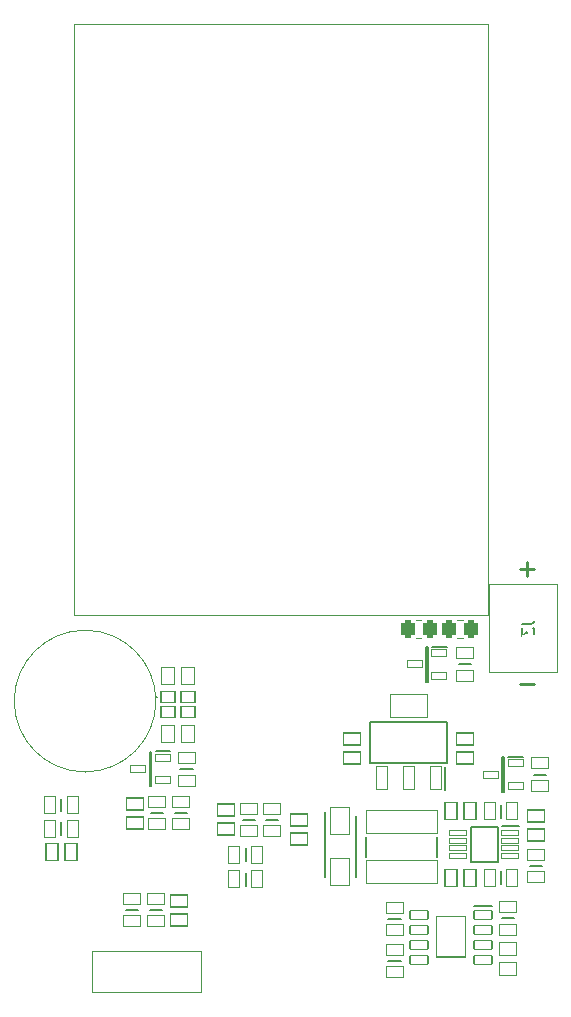
<source format=gbr>
%TF.GenerationSoftware,KiCad,Pcbnew,8.0.5*%
%TF.CreationDate,2024-09-22T15:27:04+02:00*%
%TF.ProjectId,PicBytesMicro,50696342-7974-4657-934d-6963726f2e6b,rev?*%
%TF.SameCoordinates,Original*%
%TF.FileFunction,Legend,Bot*%
%TF.FilePolarity,Positive*%
%FSLAX46Y46*%
G04 Gerber Fmt 4.6, Leading zero omitted, Abs format (unit mm)*
G04 Created by KiCad (PCBNEW 8.0.5) date 2024-09-22 15:27:04*
%MOMM*%
%LPD*%
G01*
G04 APERTURE LIST*
G04 Aperture macros list*
%AMRoundRect*
0 Rectangle with rounded corners*
0 $1 Rounding radius*
0 $2 $3 $4 $5 $6 $7 $8 $9 X,Y pos of 4 corners*
0 Add a 4 corners polygon primitive as box body*
4,1,4,$2,$3,$4,$5,$6,$7,$8,$9,$2,$3,0*
0 Add four circle primitives for the rounded corners*
1,1,$1+$1,$2,$3*
1,1,$1+$1,$4,$5*
1,1,$1+$1,$6,$7*
1,1,$1+$1,$8,$9*
0 Add four rect primitives between the rounded corners*
20,1,$1+$1,$2,$3,$4,$5,0*
20,1,$1+$1,$4,$5,$6,$7,0*
20,1,$1+$1,$6,$7,$8,$9,0*
20,1,$1+$1,$8,$9,$2,$3,0*%
G04 Aperture macros list end*
%ADD10C,0.250000*%
%ADD11C,0.120000*%
%ADD12C,0.150000*%
%ADD13C,0.200000*%
%ADD14C,0.100000*%
%ADD15C,1.300000*%
%ADD16C,1.650000*%
%ADD17C,2.380000*%
%ADD18C,2.950000*%
%ADD19RoundRect,0.050000X0.735000X-0.525000X0.735000X0.525000X-0.735000X0.525000X-0.735000X-0.525000X0*%
%ADD20RoundRect,0.050000X-0.525000X-0.735000X0.525000X-0.735000X0.525000X0.735000X-0.525000X0.735000X0*%
%ADD21RoundRect,0.050000X0.525000X0.735000X-0.525000X0.735000X-0.525000X-0.735000X0.525000X-0.735000X0*%
%ADD22RoundRect,0.050000X0.762500X-0.350000X0.762500X0.350000X-0.762500X0.350000X-0.762500X-0.350000X0*%
%ADD23RoundRect,0.050000X1.256500X1.701000X-1.256500X1.701000X-1.256500X-1.701000X1.256500X-1.701000X0*%
%ADD24C,1.400000*%
%ADD25RoundRect,0.050000X0.625000X-0.300000X0.625000X0.300000X-0.625000X0.300000X-0.625000X-0.300000X0*%
%ADD26RoundRect,0.050000X-0.725000X0.500000X-0.725000X-0.500000X0.725000X-0.500000X0.725000X0.500000X0*%
%ADD27RoundRect,0.050000X-0.500000X-0.725000X0.500000X-0.725000X0.500000X0.725000X-0.500000X0.725000X0*%
%ADD28RoundRect,0.050000X0.725000X-0.500000X0.725000X0.500000X-0.725000X0.500000X-0.725000X-0.500000X0*%
%ADD29RoundRect,0.050000X3.000000X-1.005000X3.000000X1.005000X-3.000000X1.005000X-3.000000X-1.005000X0*%
%ADD30RoundRect,0.050000X-0.735000X0.510000X-0.735000X-0.510000X0.735000X-0.510000X0.735000X0.510000X0*%
%ADD31RoundRect,0.274390X-0.288110X-0.475610X0.288110X-0.475610X0.288110X0.475610X-0.288110X0.475610X0*%
%ADD32RoundRect,0.050000X0.735000X-0.510000X0.735000X0.510000X-0.735000X0.510000X-0.735000X-0.510000X0*%
%ADD33RoundRect,0.050000X0.500000X0.725000X-0.500000X0.725000X-0.500000X-0.725000X0.500000X-0.725000X0*%
%ADD34C,1.675000*%
%ADD35RoundRect,0.050000X0.510000X0.735000X-0.510000X0.735000X-0.510000X-0.735000X0.510000X-0.735000X0*%
%ADD36RoundRect,0.050000X0.700000X-0.225000X0.700000X0.225000X-0.700000X0.225000X-0.700000X-0.225000X0*%
%ADD37RoundRect,0.050000X-0.450000X-0.975000X0.450000X-0.975000X0.450000X0.975000X-0.450000X0.975000X0*%
%ADD38RoundRect,0.050000X1.600000X-0.975000X1.600000X0.975000X-1.600000X0.975000X-1.600000X-0.975000X0*%
%ADD39RoundRect,0.050000X-0.600000X0.500000X-0.600000X-0.500000X0.600000X-0.500000X0.600000X0.500000X0*%
%ADD40RoundRect,0.050000X0.775000X1.175000X-0.775000X1.175000X-0.775000X-1.175000X0.775000X-1.175000X0*%
%ADD41RoundRect,0.050000X-0.510000X-0.735000X0.510000X-0.735000X0.510000X0.735000X-0.510000X0.735000X0*%
G04 APERTURE END LIST*
D10*
X158578384Y-104432000D02*
X157435527Y-104432000D01*
X158578384Y-94732000D02*
X157435527Y-94732000D01*
X158006955Y-95303428D02*
X158006955Y-94160571D01*
D11*
X154700000Y-48600000D02*
X154700000Y-98600000D01*
X154700000Y-98600000D02*
X119700000Y-98600000D01*
X119700000Y-48600000D02*
X119700000Y-98600000D01*
X154700000Y-48600000D02*
X119700000Y-48600000D01*
D12*
X157629819Y-99366666D02*
X158344104Y-99366666D01*
X158344104Y-99366666D02*
X158486961Y-99319047D01*
X158486961Y-99319047D02*
X158582200Y-99223809D01*
X158582200Y-99223809D02*
X158629819Y-99080952D01*
X158629819Y-99080952D02*
X158629819Y-98985714D01*
X157629819Y-99747619D02*
X157629819Y-100366666D01*
X157629819Y-100366666D02*
X158010771Y-100033333D01*
X158010771Y-100033333D02*
X158010771Y-100176190D01*
X158010771Y-100176190D02*
X158058390Y-100271428D01*
X158058390Y-100271428D02*
X158106009Y-100319047D01*
X158106009Y-100319047D02*
X158201247Y-100366666D01*
X158201247Y-100366666D02*
X158439342Y-100366666D01*
X158439342Y-100366666D02*
X158534580Y-100319047D01*
X158534580Y-100319047D02*
X158582200Y-100271428D01*
X158582200Y-100271428D02*
X158629819Y-100176190D01*
X158629819Y-100176190D02*
X158629819Y-99890476D01*
X158629819Y-99890476D02*
X158582200Y-99795238D01*
X158582200Y-99795238D02*
X158534580Y-99747619D01*
D13*
%TO.C,IC_BMS_TP1*%
X155075000Y-123295000D02*
X153550000Y-123295000D01*
D14*
%TO.C,LS1*%
X120600000Y-99900000D02*
X120600000Y-99900000D01*
X120600000Y-111900000D02*
X120600000Y-111900000D01*
X120600000Y-99900000D02*
G75*
G02*
X120600000Y-111900000I0J-6000000D01*
G01*
X120600000Y-111900000D02*
G75*
G02*
X120600000Y-99900000I0J6000000D01*
G01*
D13*
%TO.C,Q2*%
X126075000Y-110185000D02*
X126075000Y-113105000D01*
X126075000Y-113105000D02*
X126225000Y-113105000D01*
X126225000Y-110185000D02*
X126075000Y-110185000D01*
X126225000Y-113105000D02*
X126225000Y-110185000D01*
X127825000Y-110140000D02*
X126575000Y-110140000D01*
%TO.C,R4*%
X128675000Y-111695000D02*
X129725000Y-111695000D01*
%TO.C,R12*%
X118600000Y-115225000D02*
X118600000Y-114175000D01*
%TO.C,R16*%
X125095000Y-123600000D02*
X124045000Y-123600000D01*
%TO.C,R15*%
X126175000Y-115400000D02*
X127225000Y-115400000D01*
%TO.C,R18*%
X135900000Y-115950000D02*
X136950000Y-115950000D01*
%TO.C,R25*%
X146275000Y-127900000D02*
X147325000Y-127900000D01*
%TO.C,R26*%
X147325000Y-124350000D02*
X146275000Y-124350000D01*
%TO.C,R23*%
X156925000Y-124300000D02*
X155875000Y-124300000D01*
%TO.C,R27*%
X134200000Y-118375000D02*
X134200000Y-119425000D01*
D14*
%TO.C,SW_Toggle1*%
X121225000Y-127050000D02*
X121225000Y-130550000D01*
X121225000Y-130550000D02*
X130375000Y-130550000D01*
X130375000Y-127050000D02*
X121225000Y-127050000D01*
X130375000Y-130550000D02*
X130375000Y-127050000D01*
D13*
%TO.C,L1*%
X144400000Y-119100000D02*
X144400000Y-117400000D01*
X150400000Y-119100000D02*
X150400000Y-117400000D01*
%TO.C,Q3*%
X155925065Y-110664365D02*
X156075065Y-110664365D01*
X155925065Y-113584365D02*
X155925065Y-110664365D01*
X156075065Y-110664365D02*
X156075065Y-113584365D01*
X156075065Y-113584365D02*
X155925065Y-113584365D01*
X156425065Y-110619365D02*
X157675065Y-110619365D01*
D11*
%TO.C,R3*%
X149077064Y-99065000D02*
X148622936Y-99065000D01*
X149077064Y-100535000D02*
X148622936Y-100535000D01*
D13*
%TO.C,R1*%
X152225000Y-102800000D02*
X153275000Y-102800000D01*
%TO.C,R11*%
X118600000Y-117225000D02*
X118600000Y-116175000D01*
%TO.C,R13*%
X127125000Y-123600000D02*
X126075000Y-123600000D01*
%TO.C,R30*%
X155800000Y-120325000D02*
X155800000Y-121375000D01*
%TO.C,R17*%
X135025000Y-115950000D02*
X133975000Y-115950000D01*
D14*
%TO.C,J3*%
X154800000Y-96000000D02*
X160550000Y-96000000D01*
X154800000Y-103400000D02*
X154800000Y-96000000D01*
X160550000Y-96000000D02*
X160550000Y-103400000D01*
X160550000Y-103400000D02*
X154800000Y-103400000D01*
D11*
%TO.C,R2*%
X152577064Y-99065000D02*
X152122936Y-99065000D01*
X152577064Y-100535000D02*
X152122936Y-100535000D01*
D13*
%TO.C,R29*%
X158275000Y-119850000D02*
X159325000Y-119850000D01*
%TO.C,R14*%
X129230000Y-115400000D02*
X128180000Y-115400000D01*
%TO.C,IC3*%
X153250000Y-116550000D02*
X153250000Y-119550000D01*
X153250000Y-119550000D02*
X155550000Y-119550000D01*
X155550000Y-116550000D02*
X153250000Y-116550000D01*
X155550000Y-119550000D02*
X155550000Y-116550000D01*
X157300000Y-116500000D02*
X155900000Y-116500000D01*
%TO.C,IC2*%
X144750000Y-107675000D02*
X151250000Y-107675000D01*
X144750000Y-111125000D02*
X144750000Y-107675000D01*
X151100000Y-111475000D02*
X151100000Y-113425000D01*
X151250000Y-107675000D02*
X151250000Y-111125000D01*
X151250000Y-111125000D02*
X144750000Y-111125000D01*
%TO.C,R28*%
X155800000Y-115775000D02*
X155800000Y-114725000D01*
D14*
%TO.C,Y1*%
X126575000Y-105550000D02*
X126575000Y-105550000D01*
X126675000Y-105550000D02*
X126675000Y-105550000D01*
X126575000Y-105550000D02*
G75*
G02*
X126675000Y-105550000I50000J0D01*
G01*
X126675000Y-105550000D02*
G75*
G02*
X126575000Y-105550000I-50000J0D01*
G01*
D13*
%TO.C,R31*%
X134200000Y-120475000D02*
X134200000Y-121525000D01*
%TO.C,D1*%
X140898000Y-115275000D02*
X140898000Y-120798000D01*
X143502000Y-120798000D02*
X143502000Y-115602000D01*
%TO.C,R24*%
X158575065Y-112124365D02*
X159625065Y-112124365D01*
%TO.C,Q1*%
X149475000Y-101340000D02*
X149625000Y-101340000D01*
X149475000Y-104260000D02*
X149475000Y-101340000D01*
X149625000Y-101340000D02*
X149625000Y-104260000D01*
X149625000Y-104260000D02*
X149475000Y-104260000D01*
X149975000Y-101295000D02*
X151225000Y-101295000D01*
%TD*%
D15*
%TO.C,LS1*%
X116800000Y-105900000D03*
X124400000Y-105900000D03*
%TD*%
%TO.C,SW_Toggle1*%
X123275000Y-128050000D03*
X125775000Y-128050000D03*
X128275000Y-128050000D03*
%TD*%
%LPC*%
D16*
%TO.C,J1*%
X160170000Y-105900000D03*
X155090000Y-106916000D03*
X155090000Y-104884000D03*
%TD*%
D17*
%TO.C,J2*%
X132880000Y-124350000D03*
D18*
X132880000Y-128350000D03*
X144120000Y-128350000D03*
D17*
X144120000Y-124350000D03*
%TD*%
D19*
%TO.C,C15*%
X156400000Y-128580000D03*
X156400000Y-126900000D03*
%TD*%
D20*
%TO.C,C8*%
X127610000Y-108650000D03*
X129290000Y-108650000D03*
%TD*%
D21*
%TO.C,C7*%
X129290000Y-103750000D03*
X127610000Y-103750000D03*
%TD*%
D22*
%TO.C,IC_BMS_TP1*%
X154312000Y-123995000D03*
X154312000Y-125265000D03*
X154312000Y-126535000D03*
X154312000Y-127805000D03*
X148888000Y-127805000D03*
X148888000Y-126535000D03*
X148888000Y-125265000D03*
X148888000Y-123995000D03*
D23*
X151600000Y-125900000D03*
%TD*%
D24*
%TO.C,LS1*%
X116800000Y-105900000D03*
X124400000Y-105900000D03*
%TD*%
D25*
%TO.C,Q2*%
X127200000Y-110690000D03*
X127200000Y-112600000D03*
X125100000Y-111645000D03*
%TD*%
D26*
%TO.C,R4*%
X129200000Y-110745000D03*
X129200000Y-112645000D03*
%TD*%
D27*
%TO.C,R12*%
X117650000Y-114700000D03*
X119550000Y-114700000D03*
%TD*%
D28*
%TO.C,R16*%
X124570000Y-124550000D03*
X124570000Y-122650000D03*
%TD*%
D26*
%TO.C,R15*%
X126700000Y-114450000D03*
X126700000Y-116350000D03*
%TD*%
%TO.C,R18*%
X136425000Y-115000000D03*
X136425000Y-116900000D03*
%TD*%
%TO.C,R25*%
X146800000Y-126950000D03*
X146800000Y-128850000D03*
%TD*%
D28*
%TO.C,R26*%
X146800000Y-125300000D03*
X146800000Y-123400000D03*
%TD*%
%TO.C,R23*%
X156400000Y-125250000D03*
X156400000Y-123350000D03*
%TD*%
D27*
%TO.C,R27*%
X133250000Y-118900000D03*
X135150000Y-118900000D03*
%TD*%
D24*
%TO.C,SW_Toggle1*%
X123275000Y-128050000D03*
X125775000Y-128050000D03*
X128275000Y-128050000D03*
%TD*%
D29*
%TO.C,L1*%
X147400000Y-120400000D03*
X147400000Y-116100000D03*
%TD*%
D25*
%TO.C,Q3*%
X157050065Y-111169365D03*
X157050065Y-113079365D03*
X154950065Y-112124365D03*
%TD*%
D30*
%TO.C,C21*%
X138700000Y-116000000D03*
X138700000Y-117600000D03*
%TD*%
D31*
%TO.C,R3*%
X147937500Y-99800000D03*
X149762500Y-99800000D03*
%TD*%
D28*
%TO.C,R1*%
X152750000Y-103750000D03*
X152750000Y-101850000D03*
%TD*%
D27*
%TO.C,R11*%
X117650000Y-116700000D03*
X119550000Y-116700000D03*
%TD*%
D28*
%TO.C,R13*%
X126600000Y-124550000D03*
X126600000Y-122650000D03*
%TD*%
D32*
%TO.C,C12*%
X132575000Y-116750000D03*
X132575000Y-115150000D03*
%TD*%
D33*
%TO.C,R30*%
X156750000Y-120850000D03*
X154850000Y-120850000D03*
%TD*%
D28*
%TO.C,R17*%
X134500000Y-116900000D03*
X134500000Y-115000000D03*
%TD*%
D34*
%TO.C,J3*%
X158200000Y-98450000D03*
X158200000Y-100950000D03*
%TD*%
D31*
%TO.C,R2*%
X151437500Y-99800000D03*
X153262500Y-99800000D03*
%TD*%
D35*
%TO.C,C19*%
X153200000Y-120850000D03*
X151600000Y-120850000D03*
%TD*%
D26*
%TO.C,R29*%
X158800000Y-118900000D03*
X158800000Y-120800000D03*
%TD*%
D28*
%TO.C,R14*%
X128705000Y-116350000D03*
X128705000Y-114450000D03*
%TD*%
D30*
%TO.C,C18*%
X158800000Y-115650000D03*
X158800000Y-117250000D03*
%TD*%
D35*
%TO.C,C20*%
X153200000Y-115250000D03*
X151600000Y-115250000D03*
%TD*%
D36*
%TO.C,IC3*%
X156600000Y-117075000D03*
X156600000Y-117725000D03*
X156600000Y-118375000D03*
X156600000Y-119025000D03*
X152200000Y-119025000D03*
X152200000Y-118375000D03*
X152200000Y-117725000D03*
X152200000Y-117075000D03*
%TD*%
D32*
%TO.C,C16*%
X152800000Y-110705000D03*
X152800000Y-109105000D03*
%TD*%
D37*
%TO.C,IC2*%
X150300000Y-112450000D03*
X148000000Y-112450000D03*
X145700000Y-112450000D03*
D38*
X148000000Y-106350000D03*
%TD*%
D27*
%TO.C,R28*%
X154850000Y-115250000D03*
X156750000Y-115250000D03*
%TD*%
D39*
%TO.C,Y1*%
X127625000Y-105550000D03*
X129325000Y-105550000D03*
X129325000Y-106850000D03*
X127625000Y-106850000D03*
%TD*%
D27*
%TO.C,R31*%
X133250000Y-121000000D03*
X135150000Y-121000000D03*
%TD*%
D32*
%TO.C,C17*%
X143200000Y-110705000D03*
X143200000Y-109105000D03*
%TD*%
D40*
%TO.C,D1*%
X142200000Y-116050000D03*
X142200000Y-120350000D03*
%TD*%
D32*
%TO.C,C10*%
X128570000Y-124400000D03*
X128570000Y-122800000D03*
%TD*%
D30*
%TO.C,C11*%
X124805000Y-114600000D03*
X124805000Y-116200000D03*
%TD*%
D28*
%TO.C,R24*%
X159100065Y-113074365D03*
X159100065Y-111174365D03*
%TD*%
D25*
%TO.C,Q1*%
X150600000Y-101845000D03*
X150600000Y-103755000D03*
X148500000Y-102800000D03*
%TD*%
D41*
%TO.C,C9*%
X117800000Y-118700000D03*
X119400000Y-118700000D03*
%TD*%
%LPD*%
M02*

</source>
